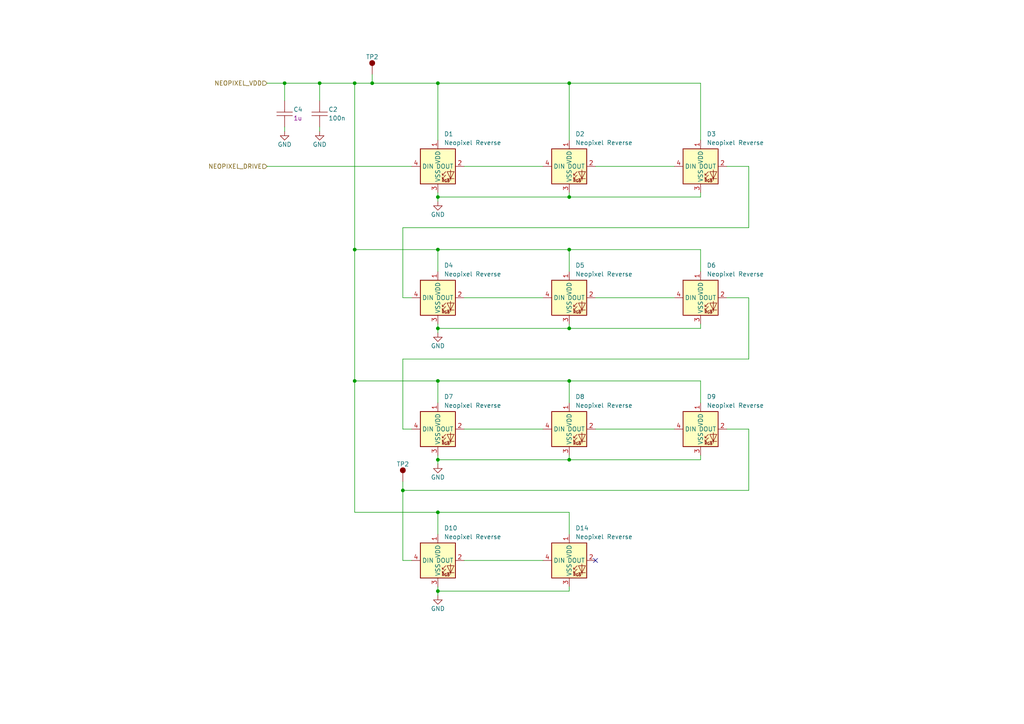
<source format=kicad_sch>
(kicad_sch (version 20230121) (generator eeschema)
  (paper "A4")
  (lib_symbols
    (symbol "KD_Capacitor:C_0603_100n_X7R_50V" (pin_numbers hide) (pin_names hide)
      (property "Reference" "C" (at 2.54 1.27 0))
      (property "Value" "100n" (at 2.54 -1.27 0))
      (symbol "C_0603_100n_X7R_50V_0_1"
        (polyline (pts (xy -2.286 -0.508) (xy 2.286 -0.508)))
        (polyline (pts (xy -2.286 0.508) (xy 2.286 0.508)))
        (polyline (pts (xy 0 -0.508) (xy 0 -1.016)))
        (polyline (pts (xy 0 0.508) (xy 0 1.016)))
      )
      (symbol "C_0603_100n_X7R_50V_1_1"
        (pin passive line (at 0 3.81 270) (length 2.794) (name "~") (number "1"))
        (pin passive line (at 0 -3.81 90) (length 2.794) (name "~") (number "2"))
      )
    )
    (symbol "KD_Capacitor:C_0805_1u_X7R_25V" (pin_numbers hide) (pin_names hide)
      (property "Reference" "C" (at 2.54 1.27 0))
      (property "Code" "1u" (at 2.54 -1.27 0))
      (symbol "C_0805_1u_X7R_25V_0_1"
        (polyline (pts (xy -2.286 -0.508) (xy 2.286 -0.508)))
        (polyline (pts (xy -2.286 0.508) (xy 2.286 0.508)))
        (polyline (pts (xy 0 -0.508) (xy 0 -1.016)))
        (polyline (pts (xy 0 0.508) (xy 0 1.016)))
      )
      (symbol "C_0805_1u_X7R_25V_1_1"
        (pin passive line (at 0 3.81 270) (length 2.794) (name "~") (number "1"))
        (pin passive line (at 0 -3.81 90) (length 2.794) (name "~") (number "2"))
      )
    )
    (symbol "KD_Connector_Pads:TestPoint_2.5mm_H0.9" (pin_numbers hide) (pin_names hide)
      (property "Reference" "TP" (at 0 5.08 0))
      (symbol "TestPoint_2.5mm_H0.9_0_1"
        (circle (center 0 3.302) (radius 0.762) (fill (type outline)))
      )
      (symbol "TestPoint_2.5mm_H0.9_1_1"
        (pin passive line (at 0 0 90) (length 2.54) (name "1") (number "1"))
      )
    )
    (symbol "KD_Led:Neopixel_Reverse_Adafruit_4960"
      (property "Reference" "D" (at 1.778 9.398 0))
      (property "Value" "Neopixel Reverse" (at 1.778 6.858 0))
      (symbol "Neopixel_Reverse_Adafruit_4960_0_0"
        (text "RGB" (at 2.286 -4.191 0) (effects (font (size 0.762 0.762))))
      )
      (symbol "Neopixel_Reverse_Adafruit_4960_0_1"
        (polyline (pts (xy 1.27 -3.556) (xy 1.778 -3.556)))
        (polyline (pts (xy 1.27 -2.54) (xy 1.778 -2.54)))
        (polyline (pts (xy 4.699 -3.556) (xy 2.667 -3.556)))
        (polyline (pts (xy 2.286 -2.54) (xy 1.27 -3.556) (xy 1.27 -3.048)))
        (polyline (pts (xy 2.286 -1.524) (xy 1.27 -2.54) (xy 1.27 -2.032)))
        (polyline (pts (xy 3.683 -1.016) (xy 3.683 -3.556) (xy 3.683 -4.064)))
        (polyline (pts (xy 4.699 -1.524) (xy 2.667 -1.524) (xy 3.683 -3.556) (xy 4.699 -1.524)))
        (rectangle (start 5.08 5.08) (end -5.08 -5.08) (stroke (width 0.254)) (fill (type background)))
      )
      (symbol "Neopixel_Reverse_Adafruit_4960_1_1"
        (pin power_in line (at 0 7.62 270) (length 2.54) (name "VDD") (number "1"))
        (pin output line (at 7.62 0 180) (length 2.54) (name "DOUT") (number "2"))
        (pin power_in line (at 0 -7.62 90) (length 2.54) (name "VSS") (number "3"))
        (pin input line (at -7.62 0 0) (length 2.54) (name "DIN") (number "4"))
      )
    )
    (symbol "power:GND" (power) (pin_names (offset 0))
      (property "Value" "GND" (at 0 -3.81 0))
      (symbol "GND_0_1"
        (polyline (pts (xy 0 0) (xy 0 -1.27) (xy 1.27 -1.27) (xy 0 -2.54) (xy -1.27 -1.27) (xy 0 -1.27)))
      )
      (symbol "GND_1_1"
        (pin power_in line (at 0 0 270) (length 0) hide (name "GND") (number "1"))
      )
    )
  )
  (junction (at 127 171.45))
  (junction (at 102.87 72.39))
  (junction (at 127 133.35))
  (junction (at 102.87 24.13))
  (junction (at 165.1 24.13))
  (junction (at 127 95.25))
  (junction (at 165.1 110.49))
  (junction (at 127 57.15))
  (junction (at 116.84 142.24))
  (junction (at 165.1 133.35))
  (junction (at 127 72.39))
  (junction (at 107.95 24.13))
  (junction (at 127 24.13))
  (junction (at 92.71 24.13))
  (junction (at 82.55 24.13))
  (junction (at 165.1 57.15))
  (junction (at 127 148.59))
  (junction (at 165.1 72.39))
  (junction (at 127 110.49))
  (junction (at 102.87 110.49))
  (junction (at 165.1 95.25))
  (no_connect (at 172.72 162.56))
  (wire (pts (xy 217.17 142.24) (xy 116.84 142.24)))
  (wire (pts (xy 127 96.52) (xy 127 95.25)))
  (wire (pts (xy 127 57.15) (xy 127 55.88)))
  (wire (pts (xy 116.84 104.14) (xy 116.84 124.46)))
  (wire (pts (xy 217.17 48.26) (xy 217.17 66.04)))
  (wire (pts (xy 77.47 48.26) (xy 119.38 48.26)))
  (wire (pts (xy 165.1 95.25) (xy 203.2 95.25)))
  (wire (pts (xy 195.58 48.26) (xy 172.72 48.26)))
  (wire (pts (xy 82.55 24.13) (xy 82.55 29.21)))
  (wire (pts (xy 127 24.13) (xy 127 40.64)))
  (wire (pts (xy 127 57.15) (xy 165.1 57.15)))
  (wire (pts (xy 127 95.25) (xy 165.1 95.25)))
  (wire (pts (xy 195.58 124.46) (xy 172.72 124.46)))
  (wire (pts (xy 165.1 116.84) (xy 165.1 110.49)))
  (wire (pts (xy 203.2 93.98) (xy 203.2 95.25)))
  (wire (pts (xy 210.82 48.26) (xy 217.17 48.26)))
  (wire (pts (xy 210.82 86.36) (xy 217.17 86.36)))
  (wire (pts (xy 157.48 162.56) (xy 134.62 162.56)))
  (wire (pts (xy 203.2 72.39) (xy 165.1 72.39)))
  (wire (pts (xy 102.87 72.39) (xy 102.87 110.49)))
  (wire (pts (xy 165.1 93.98) (xy 165.1 95.25)))
  (wire (pts (xy 102.87 24.13) (xy 102.87 72.39)))
  (wire (pts (xy 116.84 124.46) (xy 119.38 124.46)))
  (wire (pts (xy 165.1 55.88) (xy 165.1 57.15)))
  (wire (pts (xy 116.84 142.24) (xy 116.84 162.56)))
  (wire (pts (xy 127 133.35) (xy 127 132.08)))
  (wire (pts (xy 165.1 170.18) (xy 165.1 171.45)))
  (wire (pts (xy 102.87 110.49) (xy 127 110.49)))
  (wire (pts (xy 165.1 132.08) (xy 165.1 133.35)))
  (wire (pts (xy 127 95.25) (xy 127 93.98)))
  (wire (pts (xy 92.71 24.13) (xy 92.71 29.21)))
  (wire (pts (xy 116.84 139.7) (xy 116.84 142.24)))
  (wire (pts (xy 127 58.42) (xy 127 57.15)))
  (wire (pts (xy 165.1 57.15) (xy 203.2 57.15)))
  (wire (pts (xy 217.17 104.14) (xy 116.84 104.14)))
  (wire (pts (xy 210.82 124.46) (xy 217.17 124.46)))
  (wire (pts (xy 116.84 162.56) (xy 119.38 162.56)))
  (wire (pts (xy 102.87 72.39) (xy 127 72.39)))
  (wire (pts (xy 203.2 24.13) (xy 165.1 24.13)))
  (wire (pts (xy 92.71 36.83) (xy 92.71 38.1)))
  (wire (pts (xy 217.17 124.46) (xy 217.17 142.24)))
  (wire (pts (xy 203.2 55.88) (xy 203.2 57.15)))
  (wire (pts (xy 107.95 24.13) (xy 127 24.13)))
  (wire (pts (xy 203.2 116.84) (xy 203.2 110.49)))
  (wire (pts (xy 165.1 40.64) (xy 165.1 24.13)))
  (wire (pts (xy 92.71 24.13) (xy 102.87 24.13)))
  (wire (pts (xy 165.1 72.39) (xy 127 72.39)))
  (wire (pts (xy 195.58 86.36) (xy 172.72 86.36)))
  (wire (pts (xy 107.95 21.59) (xy 107.95 24.13)))
  (wire (pts (xy 127 172.72) (xy 127 171.45)))
  (wire (pts (xy 165.1 78.74) (xy 165.1 72.39)))
  (wire (pts (xy 203.2 78.74) (xy 203.2 72.39)))
  (wire (pts (xy 165.1 133.35) (xy 203.2 133.35)))
  (wire (pts (xy 127 148.59) (xy 165.1 148.59)))
  (wire (pts (xy 127 134.62) (xy 127 133.35)))
  (wire (pts (xy 102.87 24.13) (xy 107.95 24.13)))
  (wire (pts (xy 116.84 86.36) (xy 119.38 86.36)))
  (wire (pts (xy 203.2 110.49) (xy 165.1 110.49)))
  (wire (pts (xy 127 133.35) (xy 165.1 133.35)))
  (wire (pts (xy 217.17 66.04) (xy 116.84 66.04)))
  (wire (pts (xy 157.48 48.26) (xy 134.62 48.26)))
  (wire (pts (xy 203.2 40.64) (xy 203.2 24.13)))
  (wire (pts (xy 165.1 24.13) (xy 127 24.13)))
  (wire (pts (xy 217.17 86.36) (xy 217.17 104.14)))
  (wire (pts (xy 127 110.49) (xy 127 116.84)))
  (wire (pts (xy 165.1 148.59) (xy 165.1 154.94)))
  (wire (pts (xy 157.48 86.36) (xy 134.62 86.36)))
  (wire (pts (xy 127 171.45) (xy 165.1 171.45)))
  (wire (pts (xy 127 148.59) (xy 102.87 148.59)))
  (wire (pts (xy 157.48 124.46) (xy 134.62 124.46)))
  (wire (pts (xy 77.47 24.13) (xy 82.55 24.13)))
  (wire (pts (xy 203.2 132.08) (xy 203.2 133.35)))
  (wire (pts (xy 165.1 110.49) (xy 127 110.49)))
  (wire (pts (xy 127 171.45) (xy 127 170.18)))
  (wire (pts (xy 127 72.39) (xy 127 78.74)))
  (wire (pts (xy 102.87 148.59) (xy 102.87 110.49)))
  (wire (pts (xy 127 154.94) (xy 127 148.59)))
  (wire (pts (xy 82.55 36.83) (xy 82.55 38.1)))
  (wire (pts (xy 82.55 24.13) (xy 92.71 24.13)))
  (wire (pts (xy 116.84 66.04) (xy 116.84 86.36)))
  (hierarchical_label "NEOPIXEL_DRIVE" (shape input) (at 77.47 48.26 180))
  (hierarchical_label "NEOPIXEL_VDD" (shape input) (at 77.47 24.13 180))
  (symbol (lib_id "power:GND") (at 127 172.72 0) (mirror y) (unit 1)
    (property "Reference" "#GND06" (effects hide))
    (property "Value" "GND" (at 127 176.53 0))
    (instances (project "000052 RCCON" (path "" (reference "#GND06") (unit 1))) (project "000018 PGKB" (path "" (reference "#GND08") (unit 1)) (path "" (reference "#GND036") (unit 1))))
  )
  (symbol (lib_id "KD_Capacitor:C_0603_100n_X7R_50V") (at 92.71 33.02 0) (unit 1)
    (property "Reference" "C2" (at 95.25 31.75 0) (effects (justify left)))
    (property "Value" "100n" (at 95.25 34.29 0) (effects (justify left)))
    (property "Footprint" "KD_Capacitor:CAPC1608X90N" (effects hide))
    (property "Datasheet" "https://mm.digikey.com/Volume0/opasdata/d220001/medias/docus/658/CL10B104KB8NNWC_Spec.pdf" (effects hide))
    (property "Value" "100n" (at 95.25 34.29 0) (effects (justify left)))
    (property "Manufacturer" "Samsung" (effects hide))
    (property "MFG_PartNo" "CL10B104KB8NNWC" (effects hide))
    (property "Supplier" "Digi-Key" (effects hide))
    (property "Supplier_PartNo" "1276-1935-1-ND" (effects hide))
    (property "DNP" "F" (effects hide))
    (property "Price" "0.01" (effects hide))
    (instances (project "000052 RCCON" (path "" (reference "C2") (unit 1))) (project "000018 PGKB" (path "" (reference "C8") (unit 1)) (path "" (reference "C40") (unit 1))))
  )
  (symbol (lib_id "KD_Led:Neopixel_Reverse_Adafruit_4960") (at 127 86.36 0) (unit 1)
    (property "Reference" "D4" (at 128.778 76.962 0) (effects (justify left)))
    (property "Value" "Neopixel Reverse" (at 128.778 79.502 0) (effects (justify left)))
    (property "Footprint" "KD_Diode:LEDM_NEO3535_REVERSE_SK6812-E" (effects hide))
    (property "Datasheet" "https://cdn-shop.adafruit.com/product-files/4960/4960_SK6812MINI-E_REV02_EN.pdf" (effects hide))
    (property "Manufacturer" "Adafruit Industries LLC" (effects hide))
    (property "MFG_PartNo" "4960" (effects hide))
    (property "Supplier" "Digi-Key" (effects hide))
    (property "Supplier_PartNo" "1528-4960-ND" (effects hide))
    (property "DNP" "F" (effects hide))
    (property "Price" "2.8" (effects hide))
  )
  (symbol (lib_id "KD_Led:Neopixel_Reverse_Adafruit_4960") (at 203.2 124.46 0) (unit 1)
    (property "Reference" "D9" (at 204.978 115.062 0) (effects (justify left)))
    (property "Value" "Neopixel Reverse" (at 204.978 117.602 0) (effects (justify left)))
    (property "Footprint" "KD_Diode:LEDM_NEO3535_REVERSE_SK6812-E" (effects hide))
    (property "Datasheet" "https://cdn-shop.adafruit.com/product-files/4960/4960_SK6812MINI-E_REV02_EN.pdf" (effects hide))
    (property "Manufacturer" "Adafruit Industries LLC" (effects hide))
    (property "MFG_PartNo" "4960" (effects hide))
    (property "Supplier" "Digi-Key" (effects hide))
    (property "Supplier_PartNo" "1528-4960-ND" (effects hide))
    (property "DNP" "F" (effects hide))
    (property "Price" "2.8" (effects hide))
  )
  (symbol (lib_id "power:GND") (at 127 134.62 0) (mirror y) (unit 1)
    (property "Reference" "#GND06" (effects hide))
    (property "Value" "GND" (at 127 138.43 0))
    (instances (project "000052 RCCON" (path "" (reference "#GND06") (unit 1))) (project "000018 PGKB" (path "" (reference "#GND08") (unit 1)) (path "" (reference "#GND035") (unit 1))))
  )
  (symbol (lib_id "KD_Capacitor:C_0805_1u_X7R_25V") (at 82.55 33.02 0) (unit 1)
    (property "Reference" "C4" (at 85.09 31.75 0) (effects (justify left)))
    (property "Value" "1u" (effects hide))
    (property "Footprint" "KD_Capacitor:CAPC2012X135N" (effects hide))
    (property "Datasheet" "https://mm.digikey.com/Volume0/opasdata/d220001/medias/docus/1105/CL21B105KAFNNNE_Spec.pdf" (effects hide))
    (property "Code" "1u" (at 85.09 34.29 0) (effects (justify left)))
    (property "Manufacturer" "Samsung Electro-Mechanics" (effects hide))
    (property "MFG_PartNo" "CL21B105KAFNNNE" (effects hide))
    (property "Supplier" "Digi-Key" (effects hide))
    (property "Supplier_PartNo" "1276-1066-1-ND" (effects hide))
    (property "DNP" "F" (effects hide))
    (property "Price" "0.03" (effects hide))
    (instances (project "000052 RCCON" (path "" (reference "C4") (unit 1))) (project "000018 PGKB" (path "" (reference "C9") (unit 1)) (path "" (reference "C39") (unit 1))))
  )
  (symbol (lib_id "KD_Led:Neopixel_Reverse_Adafruit_4960") (at 165.1 86.36 0) (unit 1)
    (property "Reference" "D5" (at 166.878 76.962 0) (effects (justify left)))
    (property "Value" "Neopixel Reverse" (at 166.878 79.502 0) (effects (justify left)))
    (property "Footprint" "KD_Diode:LEDM_NEO3535_REVERSE_SK6812-E" (effects hide))
    (property "Datasheet" "https://cdn-shop.adafruit.com/product-files/4960/4960_SK6812MINI-E_REV02_EN.pdf" (effects hide))
    (property "Manufacturer" "Adafruit Industries LLC" (effects hide))
    (property "MFG_PartNo" "4960" (effects hide))
    (property "Supplier" "Digi-Key" (effects hide))
    (property "Supplier_PartNo" "1528-4960-ND" (effects hide))
    (property "DNP" "F" (effects hide))
    (property "Price" "2.8" (effects hide))
  )
  (symbol (lib_id "KD_Led:Neopixel_Reverse_Adafruit_4960") (at 127 124.46 0) (unit 1)
    (property "Reference" "D7" (at 128.778 115.062 0) (effects (justify left)))
    (property "Value" "Neopixel Reverse" (at 128.778 117.602 0) (effects (justify left)))
    (property "Footprint" "KD_Diode:LEDM_NEO3535_REVERSE_SK6812-E" (effects hide))
    (property "Datasheet" "https://cdn-shop.adafruit.com/product-files/4960/4960_SK6812MINI-E_REV02_EN.pdf" (effects hide))
    (property "Manufacturer" "Adafruit Industries LLC" (effects hide))
    (property "MFG_PartNo" "4960" (effects hide))
    (property "Supplier" "Digi-Key" (effects hide))
    (property "Supplier_PartNo" "1528-4960-ND" (effects hide))
    (property "DNP" "F" (effects hide))
    (property "Price" "2.8" (effects hide))
  )
  (symbol (lib_id "KD_Led:Neopixel_Reverse_Adafruit_4960") (at 127 162.56 0) (unit 1)
    (property "Reference" "D10" (at 128.778 153.162 0) (effects (justify left)))
    (property "Value" "Neopixel Reverse" (at 128.778 155.702 0) (effects (justify left)))
    (property "Footprint" "KD_Diode:LEDM_NEO3535_REVERSE_SK6812-E" (effects hide))
    (property "Datasheet" "https://cdn-shop.adafruit.com/product-files/4960/4960_SK6812MINI-E_REV02_EN.pdf" (effects hide))
    (property "Manufacturer" "Adafruit Industries LLC" (effects hide))
    (property "MFG_PartNo" "4960" (effects hide))
    (property "Supplier" "Digi-Key" (effects hide))
    (property "Supplier_PartNo" "1528-4960-ND" (effects hide))
    (property "DNP" "F" (effects hide))
    (property "Price" "2.8" (effects hide))
  )
  (symbol (lib_id "KD_Connector_Pads:TestPoint_2.5mm_H0.9") (at 107.95 21.59 0) (unit 1)
    (property "Reference" "TP2" (at 107.95 16.51 0))
    (property "Value" "TP D2.5 mm H0.9mm" (effects hide))
    (property "Footprint" "KD_Connector_Pads:TestPoint_Pad_D2.5mm_H0.9mm" (effects hide))
    (property "Datasheet" "DNP" (effects hide))
    (property "Code" "DNP" (effects hide))
    (property "Manufacturer" "DNP" (effects hide))
    (property "MFG_PartNo" "DNP" (effects hide))
    (property "Supplier" "DNP" (effects hide))
    (property "Supplier_PartNo" "DNP" (effects hide))
    (property "DNP" "T" (effects hide))
    (property "Price" "0.00" (effects hide))
    (instances (project "000018 PGKB" (path "" (reference "TP2") (unit 1)) (path "" (reference "TP15") (unit 1))))
  )
  (symbol (lib_id "KD_Led:Neopixel_Reverse_Adafruit_4960") (at 203.2 48.26 0) (unit 1)
    (property "Reference" "D3" (at 204.978 38.862 0) (effects (justify left)))
    (property "Value" "Neopixel Reverse" (at 204.978 41.402 0) (effects (justify left)))
    (property "Footprint" "KD_Diode:LEDM_NEO3535_REVERSE_SK6812-E" (effects hide))
    (property "Datasheet" "https://cdn-shop.adafruit.com/product-files/4960/4960_SK6812MINI-E_REV02_EN.pdf" (effects hide))
    (property "Manufacturer" "Adafruit Industries LLC" (effects hide))
    (property "MFG_PartNo" "4960" (effects hide))
    (property "Supplier" "Digi-Key" (effects hide))
    (property "Supplier_PartNo" "1528-4960-ND" (effects hide))
    (property "DNP" "F" (effects hide))
    (property "Price" "2.8" (effects hide))
  )
  (symbol (lib_id "KD_Led:Neopixel_Reverse_Adafruit_4960") (at 165.1 162.56 0) (unit 1)
    (property "Reference" "D14" (at 166.878 153.162 0) (effects (justify left)))
    (property "Value" "Neopixel Reverse" (at 166.878 155.702 0) (effects (justify left)))
    (property "Footprint" "KD_Diode:LEDM_NEO3535_REVERSE_SK6812-E" (effects hide))
    (property "Datasheet" "https://cdn-shop.adafruit.com/product-files/4960/4960_SK6812MINI-E_REV02_EN.pdf" (effects hide))
    (property "Manufacturer" "Adafruit Industries LLC" (effects hide))
    (property "MFG_PartNo" "4960" (effects hide))
    (property "Supplier" "Digi-Key" (effects hide))
    (property "Supplier_PartNo" "1528-4960-ND" (effects hide))
    (property "DNP" "F" (effects hide))
    (property "Price" "2.8" (effects hide))
  )
  (symbol (lib_id "power:GND") (at 127 58.42 0) (mirror y) (unit 1)
    (property "Reference" "#GND06" (effects hide))
    (property "Value" "GND" (at 127 62.23 0))
    (instances (project "000052 RCCON" (path "" (reference "#GND06") (unit 1))) (project "000018 PGKB" (path "" (reference "#GND08") (unit 1)) (path "" (reference "#GND033") (unit 1))))
  )
  (symbol (lib_id "power:GND") (at 92.71 38.1 0) (mirror y) (unit 1)
    (property "Reference" "#GND02" (effects hide))
    (property "Value" "GND" (at 92.71 41.91 0))
    (instances (project "000052 RCCON" (path "" (reference "#GND02") (unit 1))) (project "000018 PGKB" (path "" (reference "#GND04") (unit 1)) (path "" (reference "#GND032") (unit 1))))
  )
  (symbol (lib_id "KD_Led:Neopixel_Reverse_Adafruit_4960") (at 127 48.26 0) (unit 1)
    (property "Reference" "D1" (at 128.778 38.862 0) (effects (justify left)))
    (property "Value" "Neopixel Reverse" (at 128.778 41.402 0) (effects (justify left)))
    (property "Footprint" "KD_Diode:LEDM_NEO3535_REVERSE_SK6812-E" (effects hide))
    (property "Datasheet" "https://cdn-shop.adafruit.com/product-files/4960/4960_SK6812MINI-E_REV02_EN.pdf" (effects hide))
    (property "Manufacturer" "Adafruit Industries LLC" (effects hide))
    (property "MFG_PartNo" "4960" (effects hide))
    (property "Supplier" "Digi-Key" (effects hide))
    (property "Supplier_PartNo" "1528-4960-ND" (effects hide))
    (property "DNP" "F" (effects hide))
    (property "Price" "2.8" (effects hide))
  )
  (symbol (lib_id "power:GND") (at 82.55 38.1 0) (mirror y) (unit 1)
    (property "Reference" "#GND04" (effects hide))
    (property "Value" "GND" (at 82.55 41.91 0))
    (instances (project "000052 RCCON" (path "" (reference "#GND04") (unit 1))) (project "000018 PGKB" (path "" (reference "#GND06") (unit 1)) (path "" (reference "#GND031") (unit 1))))
  )
  (symbol (lib_id "KD_Led:Neopixel_Reverse_Adafruit_4960") (at 203.2 86.36 0) (unit 1)
    (property "Reference" "D6" (at 204.978 76.962 0) (effects (justify left)))
    (property "Value" "Neopixel Reverse" (at 204.978 79.502 0) (effects (justify left)))
    (property "Footprint" "KD_Diode:LEDM_NEO3535_REVERSE_SK6812-E" (effects hide))
    (property "Datasheet" "https://cdn-shop.adafruit.com/product-files/4960/4960_SK6812MINI-E_REV02_EN.pdf" (effects hide))
    (property "Manufacturer" "Adafruit Industries LLC" (effects hide))
    (property "MFG_PartNo" "4960" (effects hide))
    (property "Supplier" "Digi-Key" (effects hide))
    (property "Supplier_PartNo" "1528-4960-ND" (effects hide))
    (property "DNP" "F" (effects hide))
    (property "Price" "2.8" (effects hide))
  )
  (symbol (lib_id "power:GND") (at 127 96.52 0) (mirror y) (unit 1)
    (property "Reference" "#GND06" (effects hide))
    (property "Value" "GND" (at 127 100.33 0))
    (instances (project "000052 RCCON" (path "" (reference "#GND06") (unit 1))) (project "000018 PGKB" (path "" (reference "#GND08") (unit 1)) (path "" (reference "#GND034") (unit 1))))
  )
  (symbol (lib_id "KD_Led:Neopixel_Reverse_Adafruit_4960") (at 165.1 48.26 0) (unit 1)
    (property "Reference" "D2" (at 166.878 38.862 0) (effects (justify left)))
    (property "Value" "Neopixel Reverse" (at 166.878 41.402 0) (effects (justify left)))
    (property "Footprint" "KD_Diode:LEDM_NEO3535_REVERSE_SK6812-E" (effects hide))
    (property "Datasheet" "https://cdn-shop.adafruit.com/product-files/4960/4960_SK6812MINI-E_REV02_EN.pdf" (effects hide))
    (property "Manufacturer" "Adafruit Industries LLC" (effects hide))
    (property "MFG_PartNo" "4960" (effects hide))
    (property "Supplier" "Digi-Key" (effects hide))
    (property "Supplier_PartNo" "1528-4960-ND" (effects hide))
    (property "DNP" "F" (effects hide))
    (property "Price" "2.8" (effects hide))
  )
  (symbol (lib_id "KD_Connector_Pads:TestPoint_2.5mm_H0.9") (at 116.84 139.7 0) (unit 1)
    (property "Reference" "TP2" (at 116.84 134.62 0))
    (property "Value" "TP D2.5 mm H0.9mm" (effects hide))
    (property "Footprint" "KD_Connector_Pads:TestPoint_Pad_D2.5mm_H0.9mm" (effects hide))
    (property "Datasheet" "DNP" (effects hide))
    (property "Code" "DNP" (effects hide))
    (property "Manufacturer" "DNP" (effects hide))
    (property "MFG_PartNo" "DNP" (effects hide))
    (property "Supplier" "DNP" (effects hide))
    (property "Supplier_PartNo" "DNP" (effects hide))
    (property "DNP" "T" (effects hide))
    (property "Price" "0.00" (effects hide))
    (instances (project "000018 PGKB" (path "" (reference "TP2") (unit 1)) (path "" (reference "TP16") (unit 1))))
  )
  (symbol (lib_id "KD_Led:Neopixel_Reverse_Adafruit_4960") (at 165.1 124.46 0) (unit 1)
    (property "Reference" "D8" (at 166.878 115.062 0) (effects (justify left)))
    (property "Value" "Neopixel Reverse" (at 166.878 117.602 0) (effects (justify left)))
    (property "Footprint" "KD_Diode:LEDM_NEO3535_REVERSE_SK6812-E" (effects hide))
    (property "Datasheet" "https://cdn-shop.adafruit.com/product-files/4960/4960_SK6812MINI-E_REV02_EN.pdf" (effects hide))
    (property "Manufacturer" "Adafruit Industries LLC" (effects hide))
    (property "MFG_PartNo" "4960" (effects hide))
    (property "Supplier" "Digi-Key" (effects hide))
    (property "Supplier_PartNo" "1528-4960-ND" (effects hide))
    (property "DNP" "F" (effects hide))
    (property "Price" "2.8" (effects hide))
  )
)
</source>
